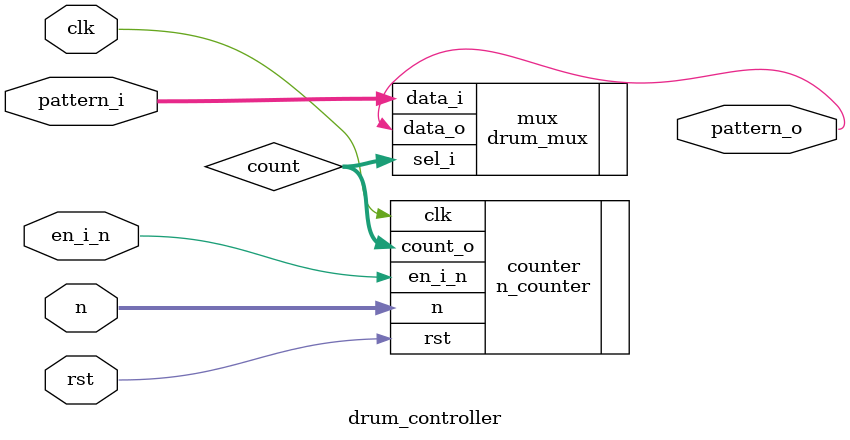
<source format=sv>
module drum_controller#(
	parameter PATTERN_WIDTH = 8,
	parameter COUNT_WIDTH = 4
	// parameter N = 16
)(
	input logic [PATTERN_WIDTH-1:0] pattern_i,
	input logic clk, 
	input logic rst,
	input logic en_i_n,
	input logic [COUNT_WIDTH-1:0] n,

	output logic pattern_o
);
	logic [COUNT_WIDTH-1:0] count;

	n_counter #(
		.WIDTH(COUNT_WIDTH),
	) counter (
		.clk(clk),
		.rst(rst),
		.en_i_n(en_i_n),
		.n(n),

		.count_o(count)
	);
	
	drum_mux #(
		.n(PATTERN_WIDTH),
		.s(COUNT_WIDTH),
		.m(1)
	) mux (
		.data_i(pattern_i),
		.sel_i(count),
		
		.data_o(pattern_o)
	);
endmodule

</source>
